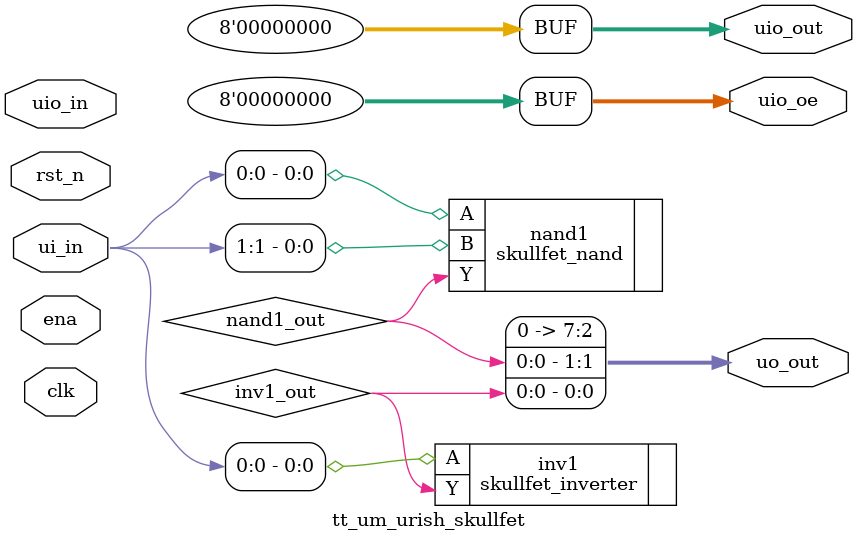
<source format=v>
`default_nettype none

/* verilator lint_off UNUSED */

module tt_um_urish_skullfet (
	input  wire [7:0] ui_in,	// Dedicated inputs
	output wire [7:0] uo_out,	// Dedicated outputs
	input  wire [7:0] uio_in,	// IOs: Input path
	output wire [7:0] uio_out,	// IOs: Output path
	output wire [7:0] uio_oe,	// IOs: Enable path (active high: 0=input, 1=output)
	input  wire       ena,
	input  wire       clk,
	input  wire       rst_n
);

  assign uo_out = { 6'b0, nand1_out, inv1_out };
  assign uio_out = '0;
  assign uio_oe = '0;

	wire inv1_out;
	wire nand1_out;
	
	skullfet_inverter inv1(
		.A(ui_in[0]),
		.Y(inv1_out)
	);

	skullfet_nand nand1(
		.A(ui_in[0]),
		.B(ui_in[1]),
		.Y(nand1_out)
	);

endmodule

</source>
